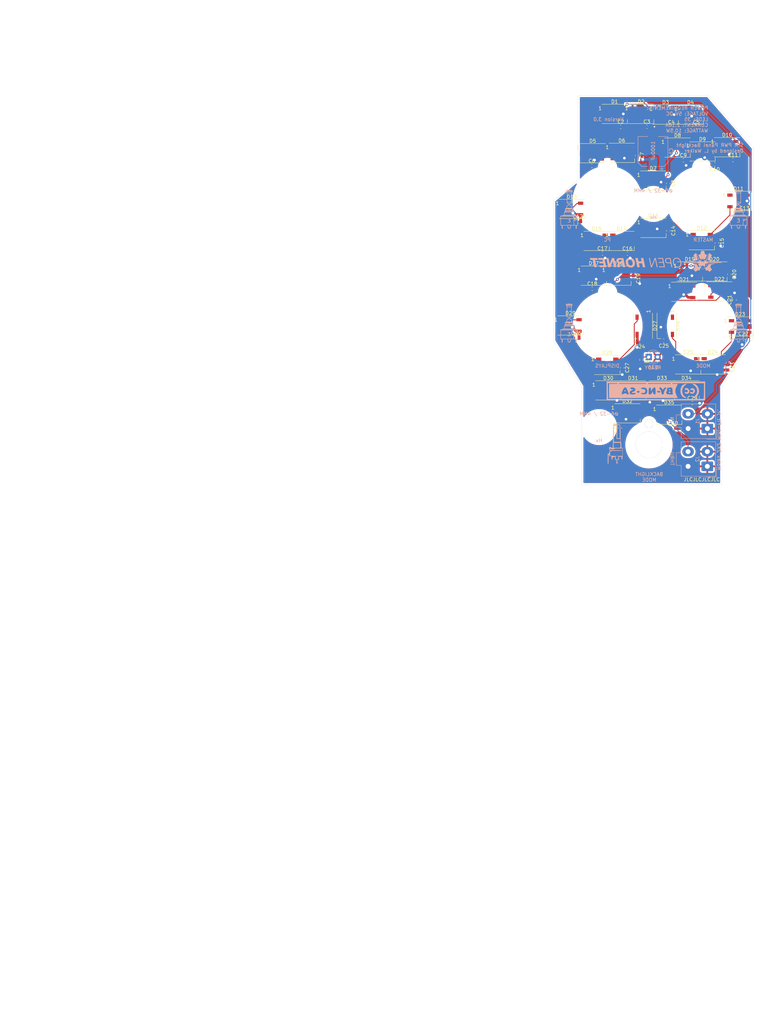
<source format=kicad_pcb>
(kicad_pcb (version 20211014) (generator pcbnew)
  (layers (0 "F.Cu" signal) (31 "B.Cu" signal) (34 "B.Paste" user) (35 "F.Paste" user) (36 "B.SilkS" user "B.Silkscreen") (37 "F.SilkS" user "F.Silkscreen") (38 "B.Mask" user) (39 "F.Mask" user) (44 "Edge.Cuts" user))
  (net 0 "")
  (net 1 "/LEDGND")
  (net 2 "/LED+5V")
  (net 3 "Net-(D2-Pad2)")
  (net 4 "/DATAIN")
  (net 5 "Net-(D3-Pad2)")
  (net 6 "Net-(D4-Pad2)")
  (net 7 "Net-(D5-Pad2)")
  (net 8 "Net-(D6-Pad2)")
  (net 9 "Net-(D7-Pad2)")
  (net 10 "Net-(D8-Pad2)")
  (net 11 "Net-(D10-Pad4)")
  (net 12 "Net-(D10-Pad2)")
  (net 13 "Net-(D11-Pad2)")
  (net 14 "Net-(D12-Pad2)")
  (net 15 "Net-(D13-Pad2)")
  (net 16 "Net-(D14-Pad2)")
  (net 17 "Net-(D15-Pad2)")
  (net 18 "Net-(D16-Pad2)")
  (net 19 "Net-(D17-Pad2)")
  (net 20 "Net-(D18-Pad2)")
  (net 21 "Net-(D19-Pad2)")
  (net 22 "Net-(D20-Pad2)")
  (net 23 "Net-(D21-Pad2)")
  (net 24 "Net-(D22-Pad2)")
  (net 25 "Net-(D23-Pad2)")
  (net 26 "Net-(D24-Pad2)")
  (net 27 "Net-(D25-Pad2)")
  (net 28 "Net-(D26-Pad2)")
  (net 29 "Net-(D27-Pad2)")
  (net 30 "Net-(D28-Pad2)")
  (net 31 "Net-(D29-Pad2)")
  (net 32 "Net-(D30-Pad2)")
  (net 33 "Net-(D31-Pad2)")
  (net 34 "Net-(D32-Pad2)")
  (net 35 "/DATAOUT")
  (net 36 "Net-(D33-Pad2)")
  (net 37 "Net-(D1-Pad2)")
  (net 38 "Net-(D34-Pad2)")
  (net 39 "Net-(D36-Pad1)")
  (footprint "OH_Footprints:LED_WS2812B_PLCC4_5.0x5.0mm_P3.2mm" (layer "F.Cu") (at 226.4 53.3)
    (fp_text reference "D1")
    (fp_text value "WS2812B")
  )
  (footprint "OH_Footprints:LED_WS2812B_PLCC4_5.0x5.0mm_P3.2mm" (layer "F.Cu") (at 233.95 53.3)
    (fp_text reference "D2")
    (fp_text value "WS2812B")
  )
  (footprint "OH_Footprints:LED_WS2812B_PLCC4_5.0x5.0mm_P3.2mm" (layer "F.Cu") (at 240.95 53.5)
    (fp_text reference "D3")
    (fp_text value "WS2812B")
  )
  (footprint "OH_Footprints:LED_WS2812B_PLCC4_5.0x5.0mm_P3.2mm" (layer "F.Cu") (at 248.05 53.5)
    (fp_text reference "D4")
    (fp_text value "WS2812B")
  )
  (footprint "OH_Footprints:LED_WS2812B_PLCC4_5.0x5.0mm_P3.2mm" (layer "F.Cu") (at 220.15 64.5)
    (fp_text reference "D5")
    (fp_text value "WS2812B")
  )
  (footprint "OH_Footprints:LED_WS2812B_PLCC4_5.0x5.0mm_P3.2mm" (layer "F.Cu") (at 228.45 64.4)
    (fp_text reference "D6")
    (fp_text value "WS2812B")
  )
  (footprint "OH_Footprints:LED_WS2812B_PLCC4_5.0x5.0mm_P3.2mm" (layer "F.Cu") (at 237.4 72.3)
    (fp_text reference "D7")
    (fp_text value "WS2812B")
  )
  (footprint "OH_Footprints:LED_WS2812B_PLCC4_5.0x5.0mm_P3.2mm" (layer "F.Cu") (at 244.35 62.9)
    (fp_text reference "D8")
    (fp_text value "WS2812B")
  )
  (footprint "OH_Footprints:LED_WS2812B_PLCC4_5.0x5.0mm_P3.2mm" (layer "F.Cu") (at 251.45 64)
    (fp_text reference "D9")
    (fp_text value "WS2812B")
  )
  (footprint "OH_Footprints:LED_WS2812B_PLCC4_5.0x5.0mm_P3.2mm" (layer "F.Cu") (at 258.5 62.8)
    (fp_text reference "D10")
    (fp_text value "WS2812B")
  )
  (footprint "OH_Footprints:LED_WS2812B_PLCC4_5.0x5.0mm_P3.2mm" (layer "F.Cu") (at 261.75 78.1)
    (fp_text reference "D11")
    (fp_text value "WS2812B")
  )
  (footprint "OH_Footprints:LED_WS2812B_PLCC4_5.0x5.0mm_P3.2mm" (layer "F.Cu") (at 251.25 89.3)
    (fp_text reference "D12")
    (fp_text value "WS2812B")
  )
  (footprint "OH_Footprints:LED_WS2812B_PLCC4_5.0x5.0mm_P3.2mm" (layer "F.Cu") (at 237.45 85.8)
    (fp_text reference "D13")
    (fp_text value "WS2812B")
  )
  (footprint "OH_Footprints:LED_WS2812B_PLCC4_5.0x5.0mm_P3.2mm" (layer "F.Cu") (at 228.35 89.5)
    (fp_text reference "D14")
    (fp_text value "WS2812B")
  )
  (footprint "OH_Footprints:LED_WS2812B_PLCC4_5.0x5.0mm_P3.2mm" (layer "F.Cu") (at 221.25 89.5)
    (fp_text reference "D15")
    (fp_text value "WS2812B")
  )
  (footprint "OH_Footprints:LED_WS2812B_PLCC4_5.0x5.0mm_P3.2mm" (layer "F.Cu") (at 214.25 80.4)
    (fp_text reference "D16")
    (fp_text value "WS2812B")
  )
  (footprint "OH_Footprints:LED_WS2812B_PLCC4_5.0x5.0mm_P3.2mm" (layer "F.Cu") (at 220.45 99.4)
    (fp_text reference "D17")
    (fp_text value "WS2812B")
  )
  (footprint "OH_Footprints:LED_WS2812B_PLCC4_5.0x5.0mm_P3.2mm" (layer "F.Cu") (at 227.45 99.4)
    (fp_text reference "D18")
    (fp_text value "WS2812B")
  )
  (footprint "OH_Footprints:LED_WS2812B_PLCC4_5.0x5.0mm_P3.2mm" (layer "F.Cu") (at 247.85 98.2)
    (fp_text reference "D19")
    (fp_text value "WS2812B")
  )
  (footprint "OH_Footprints:LED_WS2812B_PLCC4_5.0x5.0mm_P3.2mm" (layer "F.Cu") (at 254.85 98.2)
    (fp_text reference "D20")
    (fp_text value "WS2812B")
  )
  (footprint "OH_Footprints:LED_WS2812B_PLCC4_5.0x5.0mm_P3.2mm" (layer "F.Cu") (at 246.25 104)
    (fp_text reference "D21")
    (fp_text value "WS2812B")
  )
  (footprint "OH_Footprints:LED_WS2812B_PLCC4_5.0x5.0mm_P3.2mm" (layer "F.Cu") (at 256.3 103.9)
    (fp_text reference "D22")
    (fp_text value "WS2812B")
  )
  (footprint "OH_Footprints:LED_WS2812B_PLCC4_5.0x5.0mm_P3.2mm" (layer "F.Cu") (at 262.2 113.9)
    (fp_text reference "D23")
    (fp_text value "WS2812B")
  )
  (footprint "OH_Footprints:LED_WS2812B_PLCC4_5.0x5.0mm_P3.2mm" (layer "F.Cu") (at 254.4 124.7)
    (fp_text reference "D24")
    (fp_text value "WS2812B")
  )
  (footprint "OH_Footprints:LED_WS2812B_PLCC4_5.0x5.0mm_P3.2mm" (layer "F.Cu") (at 247.35 124.7)
    (fp_text reference "D25")
    (fp_text value "WS2812B")
  )
  (footprint "OH_Footprints:LED_WS2812B_PLCC4_5.0x5.0mm_P3.2mm" (layer "F.Cu") (at 241.25 113.7 -90)
    (fp_text reference "D26")
    (fp_text value "WS2812B")
  )
  (footprint "OH_Footprints:LED_WS2812B_PLCC4_5.0x5.0mm_P3.2mm" (layer "F.Cu") (at 234.45 113.7 -90)
    (fp_text reference "D27")
    (fp_text value "WS2812B")
  )
  (footprint "OH_Footprints:LED_WS2812B_PLCC4_5.0x5.0mm_P3.2mm" (layer "F.Cu") (at 224.3 124.85)
    (fp_text reference "D28")
    (fp_text value "WS2812B")
  )
  (footprint "OH_Footprints:LED_WS2812B_PLCC4_5.0x5.0mm_P3.2mm" (layer "F.Cu") (at 213.8 113.6)
    (fp_text reference "D29")
    (fp_text value "WS2812B")
  )
  (footprint "OH_Footprints:LED_WS2812B_PLCC4_5.0x5.0mm_P3.2mm" (layer "F.Cu") (at 224.6 132.1)
    (fp_text reference "D30")
    (fp_text value "WS2812B")
  )
  (footprint "OH_Footprints:LED_WS2812B_PLCC4_5.0x5.0mm_P3.2mm" (layer "F.Cu") (at 231.65 132.1)
    (fp_text reference "D31")
    (fp_text value "WS2812B")
  )
  (footprint "OH_Footprints:LED_WS2812B_PLCC4_5.0x5.0mm_P3.2mm" (layer "F.Cu") (at 230.05 138.65)
    (fp_text reference "D32")
    (fp_text value "WS2812B")
  )
  (footprint "OH_Footprints:R_0603_1608Metric" (layer "F.Cu") (at 234.091 123.403 -90)
    (fp_text reference "R1")
    (fp_text value "R")
  )
  (footprint "OH_Footprints:LED_WS2812B_PLCC4_5.0x5.0mm_P3.2mm" (layer "F.Cu") (at 239.9 132.1)
    (fp_text reference "D33")
    (fp_text value "WS2812B")
  )
  (footprint "OH_Footprints:C_0603_1608Metric" (layer "F.Cu") (at 228.138 56.95)
    (fp_text reference "C2")
    (fp_text value "C")
  )
  (footprint "OH_Footprints:C_0603_1608Metric" (layer "F.Cu") (at 235.6 56.95)
    (fp_text reference "C3")
    (fp_text value "C")
  )
  (footprint "OH_Footprints:C_0603_1608Metric" (layer "F.Cu") (at 249.7 57.1)
    (fp_text reference "C5")
    (fp_text value "C")
  )
  (footprint "OH_Footprints:C_0603_1608Metric" (layer "F.Cu") (at 232.8 65.1875 -90)
    (fp_text reference "C7")
    (fp_text value "C")
  )
  (footprint "OH_Footprints:C_0603_1608Metric" (layer "F.Cu") (at 241.7 73.1125 -90)
    (fp_text reference "C8")
    (fp_text value "C")
  )
  (footprint "OH_Footprints:C_0603_1608Metric" (layer "F.Cu") (at 246.012 66.525)
    (fp_text reference "C9")
    (fp_text value "C")
  )
  (footprint "OH_Footprints:C_0603_1608Metric" (layer "F.Cu") (at 254.962 67.65 180)
    (fp_text reference "C10")
    (fp_text value "C")
  )
  (footprint "OH_Footprints:C_0603_1608Metric" (layer "F.Cu") (at 260.15 66.4)
    (fp_text reference "C11")
    (fp_text value "C")
  )
  (footprint "OH_Footprints:C_0603_1608Metric" (layer "F.Cu") (at 215.912 83.975)
    (fp_text reference "C12")
    (fp_text value "C")
  )
  (footprint "OH_Footprints:C_0603_1608Metric" (layer "F.Cu") (at 263.412 81.625)
    (fp_text reference "C13")
    (fp_text value "C")
  )
  (footprint "OH_Footprints:C_0603_1608Metric" (layer "F.Cu") (at 241.725 86.6125 -90)
    (fp_text reference "C14")
    (fp_text value "C")
  )
  (footprint "OH_Footprints:C_0603_1608Metric" (layer "F.Cu") (at 255.575 90.1125 -90)
    (fp_text reference "C15")
    (fp_text value "C")
  )
  (footprint "OH_Footprints:C_0603_1608Metric" (layer "F.Cu") (at 230.038 93.125)
    (fp_text reference "C16")
    (fp_text value "C")
  )
  (footprint "OH_Footprints:C_0603_1608Metric" (layer "F.Cu") (at 222.912 93.075)
    (fp_text reference "C17")
    (fp_text value "C")
  )
  (footprint "OH_Footprints:LED_WS2812B_PLCC4_5.0x5.0mm_P3.2mm" (layer "F.Cu") (at 246.9 132.1)
    (fp_text reference "D34")
    (fp_text value "WS2812B")
  )
  (footprint "OH_Footprints:LED_WS2812B_PLCC4_5.0x5.0mm_P3.2mm" (layer "F.Cu") (at 241.95 139.05)
    (fp_text reference "D35")
    (fp_text value "WS2812B")
  )
  (footprint "OH_Footprints:C_0603_1608Metric" (layer "F.Cu") (at 242.588 57.1)
    (fp_text reference "C4")
    (fp_text value "C")
  )
  (footprint "OH_Footprints:C_0603_1608Metric" (layer "F.Cu") (at 219.912 68.1)
    (fp_text reference "C6")
    (fp_text value "C")
  )
  (footprint "OH_Footprints:C_0603_1608Metric" (layer "F.Cu") (at 220.025 103.125)
    (fp_text reference "C18")
    (fp_text value "C")
  )
  (footprint "OH_Footprints:C_0603_1608Metric" (layer "F.Cu") (at 231.725 100.2 -90)
    (fp_text reference "C19")
    (fp_text value "C")
  )
  (footprint "OH_Footprints:C_0603_1608Metric" (layer "F.Cu") (at 259.125 99.025 -90)
    (fp_text reference "C20")
    (fp_text value "C")
  )
  (footprint "OH_Footprints:C_0603_1608Metric" (layer "F.Cu") (at 260.61 106.315 90)
    (fp_text reference "C21")
    (fp_text value "C")
  )
  (footprint "OH_Footprints:C_0603_1608Metric" (layer "F.Cu") (at 263.125 117.39)
    (fp_text reference "C22")
    (fp_text value "C")
  )
  (footprint "OH_Footprints:C_0603_1608Metric" (layer "F.Cu") (at 258.675 125.525 -90)
    (fp_text reference "C23")
    (fp_text value "C")
  )
  (footprint "OH_Footprints:C_0603_1608Metric" (layer "F.Cu") (at 233.65 118.225 180)
    (fp_text reference "C24")
    (fp_text value "C")
  )
  (footprint "OH_Footprints:C_0603_1608Metric" (layer "F.Cu") (at 240.425 117.975 180)
    (fp_text reference "C25")
    (fp_text value "C")
  )
  (footprint "OH_Footprints:C_0603_1608Metric" (layer "F.Cu") (at 215.45 117.225)
    (fp_text reference "C26")
    (fp_text value "C")
  )
  (footprint "OH_Footprints:C_0603_1608Metric" (layer "F.Cu") (at 228.575 125.675 -90)
    (fp_text reference "C27")
    (fp_text value "C")
  )
  (footprint "OH_Footprints:C_0603_1608Metric" (layer "F.Cu") (at 248.575 135.725)
    (fp_text reference "C29")
    (fp_text value "C")
  )
  (footprint "OH_Footprints:C_0603_1608Metric" (layer "F.Cu") (at 227.91 142.83 90)
    (fp_text reference "C28")
    (fp_text value "C")
  )
  (footprint "OH_Footprints:S3AL_Toggle_Silkscreen" (layer "F.Cu") (at 213.3 80.64)
    (fp_text reference "LOGO1" hide)
    (fp_text value "OH_S2AL_Silkscreen" hide)
  )
  (footprint "OH_Footprints:S3AL_Toggle_Silkscreen" (layer "F.Cu") (at 261.61 80.64)
    (fp_text reference "LOGO2" hide)
    (fp_text value "OH_S2AL_Silkscreen" hide)
  )
  (footprint "OH_Footprints:S3AL_Toggle_Silkscreen" (layer "F.Cu") (at 213.3 113.07)
    (fp_text reference "LOGO3" hide)
    (fp_text value "OH_S3AL_Silkscreen" hide)
  )
  (footprint "OH_Footprints:S3AL_Toggle_Silkscreen" (layer "F.Cu") (at 261.61 113.07)
    (fp_text reference "LOGO4" hide)
    (fp_text value "OH_S3AL_Silkscreen" hide)
  )
  (footprint "OH_Footprints:OH_Panel_6-32_PHS" (layer "F.Cu") (at 237.46 78.97)
    (fp_text reference "H1" hide)
    (fp_text value "OHPanelScrew" hide)
  )
  (footprint "OH_Footprints:OH_Panel_6-32_PHS" (layer "F.Cu") (at 221.96 142.57)
    (fp_text reference "H2" hide)
    (fp_text value "OHPanelScrew" hide)
  )
  (footprint "OH_Backlighting:100SPX_Toggle_13mm_x_18mm" (layer "F.Cu") (at 251.28 78.17 180)
    (fp_text reference "REF**" hide)
    (fp_text value "100SPX_Toggle_13mm_x_18mm" hide)
  )
  (footprint "OH_Backlighting:100SPX_Toggle_13mm_x_18mm" (layer "F.Cu") (at 224.37 78.13 180)
    (fp_text reference "REF**" hide)
    (fp_text value "100SPX_Toggle_13mm_x_18mm" hide)
  )
  (footprint "OH_Backlighting:100SPX_Toggle_13mm_x_18mm" (layer "F.Cu") (at 251.28 113.77 180)
    (fp_text reference "REF**" hide)
    (fp_text value "100SPX_Toggle_13mm_x_18mm" hide)
  )
  (footprint "OH_Backlighting:100SPX_Toggle_13mm_x_18mm" (layer "F.Cu") (at 224.4 113.78 180)
    (fp_text reference "REF**" hide)
    (fp_text value "100SPX_Toggle_13mm_x_18mm" hide)
  )
  (footprint "OH_Backlighting:BR10K_Pot_11mm_x_11mm" (layer "F.Cu") (at 236.2 147.6 180)
    (fp_text reference "REF**" hide)
    (fp_text value "BR10K_Pot_11mm_x_11mm" hide)
  )
  (footprint "OH_Backlighting:BR10K_Pot_Silkscreen" (layer "F.Cu") (at 226.61 147.38)
    (fp_text reference "LOGO7" hide)
    (fp_text value "BR10K Pot" hide)
  )
  (footprint "OH_Footprints:C_0603_1608Metric" (layer "F.Cu") (at 243.055 142.86)
    (fp_text reference "C30")
    (fp_text value "C")
  )
  (footprint "OH_Footprints:CP_Elec_8x10" (layer "B.Cu") (at 237.33 63.99 90)
    (fp_text reference "C1")
    (fp_text value "C_Polarized")
  )
  (footprint "OH_Footprints:LED_D3.0mm" (layer "B.Cu") (at 236.113 122.588)
    (fp_text reference "D36")
    (fp_text value "LED")
  )
  (footprint "OH_Footprints:Molex_Mini-Fit_Jr_5566-04A_2x02_P4.20mm_Vertical" (layer "B.Cu") (at 252.87 142.99 90)
    (fp_text reference "J1")
    (fp_text value "Conn_01x04_Female")
  )
  (footprint "OH_Footprints:Molex_Mini-Fit_Jr_5566-04A_2x02_P4.20mm_Vertical" (layer "B.Cu") (at 252.85 153.76 90)
    (fp_text reference "J2")
    (fp_text value "Conn_01x04_Female")
  )
  (footprint "OH_Footprints:OH_LOGO_37.7mm_5.9mm" (layer "B.Cu") (at 238.18 95.31 180)
    (fp_text reference "LOGO5" hide)
    (fp_text value "OpenHornetLogoSmall" hide)
  )
  (footprint "OH_Footprints:CC-BY-NC-SA-Small" (layer "B.Cu") (at 238.257324 132.26 180)
    (fp_text reference "LOGO6" hide)
    (fp_text value "CC-BY-NC-SA_Icon" hide)
  )
  (gr_line (start 216 48) (end 253 48) (layer "Edge.Cuts") (width 0.05))
  (gr_line (start 209 78) (end 216 72) (layer "Edge.Cuts") (width 0.05))
  (gr_line (start 257 159) (end 257 131) (layer "Edge.Cuts") (width 0.05))
  (gr_line (start 209 118) (end 209 78) (layer "Edge.Cuts") (width 0.05))
  (gr_line (start 217 131) (end 209 118) (layer "Edge.Cuts") (width 0.05))
  (gr_line (start 266 117) (end 266 63) (layer "Edge.Cuts") (width 0.05))
  (gr_line (start 257 131) (end 266 117) (layer "Edge.Cuts") (width 0.05))
  (gr_line (start 253 48) (end 266 63) (layer "Edge.Cuts") (width 0.05))
  (gr_line (start 217 159) (end 257 159) (layer "Edge.Cuts") (width 0.05))
  (gr_line (start 217 159) (end 217 131) (layer "Edge.Cuts") (width 0.05))
  (gr_line (start 216 72) (end 216 48) (layer "Edge.Cuts") (width 0.05))
  (gr_text "READY" (at 237.3322 125.6106) (layer "B.SilkS") (effects (font (size 1 1)) (justify mirror)))
  (gr_text "DISPLAYS" (at 224.31 125.11) (layer "B.SilkS") (effects (font (size 1 1)) (justify mirror)))
  (gr_text "POWER REQUIREMENTS:\nVOLTAGE: 5V DC\nLEDS: 35\nCURRENT: 2.10A\nWATTAGE: 10.5W" (at 253.18 54.85) (layer "B.SilkS") (effects (font (size 1 1)) (justify left mirror)))
  (gr_text "Molex 2X2 Mini-Fit Jr." (at 256.15 146.19 270) (layer "B.SilkS") (effects (font (size 1 1)) (justify mirror)))
  (gr_text "IN" (at 242.78 140.38 270) (layer "B.SilkS") (effects (font (size 1 1)) (justify mirror)))
  (gr_text "BACKLIGHT\nMODE" (at 236.26 156.81) (layer "B.SilkS") (effects (font (size 1 1)) (justify mirror)))
  (gr_text "Version 3.0" (at 224.63 54.85) (layer "B.SilkS") (effects (font (size 1 1)) (justify mirror)))
  (gr_text "MODE" (at 251.69 125.11) (layer "B.SilkS") (effects (font (size 1 1)) (justify mirror)))
  (gr_text "1000uF" (at 237.39 63.86 90) (layer "B.SilkS") (effects (font (size 1 1)) (justify mirror)))
  (gr_text "THRU" (at 242.78 151.6 270) (layer "B.SilkS") (effects (font (size 1 1)) (justify mirror)))
  (gr_text "MASTER" (at 251.69 89.2) (layer "B.SilkS") (effects (font (size 1 1)) (justify mirror)))
  (gr_text "PC" (at 224.31 89.2) (layer "B.SilkS") (effects (font (size 1 1)) (justify mirror)))
  (gr_text "SIM PWR Panel Backlight\nDesigned by L. Walker" (at 263.25 63.01) (layer "B.SilkS") (effects (font (size 1 1)) (justify left mirror)))
  (gr_text "JLCJLCJLCJLC" (at 251.26 157.5) (layer "F.SilkS") (effects (font (size 1 1))))
  (segment (start 237.76 56.95) (end 237.76 56.95) (width 0.75) (layer "F.Cu") (net 1))
  (segment (start 246.7995 67.9705) (end 246.7995 67.9705) (width 0.75) (layer "F.Cu") (net 1))
  (segment (start 256.65 90.9) (end 256.65 90.9) (width 0.75) (layer "F.Cu") (net 1))
  (segment (start 230.84 94.37) (end 230.8255 94.3455) (width 0.75) (layer "F.Cu") (net 1))
  (segment (start 223.69 94.38) (end 223.6995 94.3705) (width 0.75) (layer "F.Cu") (net 1))
  (segment (start 260.55 99.74) (end 260.48 99.8) (width 0.75) (layer "F.Cu") (net 1))
  (segment (start 250.64 135.75) (end 250.615 135.725) (width 0.75) (layer "F.Cu") (net 1))
  (segment (start 240.19 135.04) (end 240.19 135.04) (width 0.75) (layer "F.Cu") (net 1))
  (segment (start 227.06 134.98) (end 227.05 134.96) (width 0.75) (layer "F.Cu") (net 1))
  (segment (start 236.44 135.47) (end 236.36 135.55) (width 0.75) (layer "F.Cu") (net 1))
  (segment (start 228.575 127.595) (end 228.575 127.595) (width 0.75) (layer "F.Cu") (net 1))
  (segment (start 232.875 119.825) (end 232.875 119.825) (width 0.75) (layer "F.Cu") (net 1))
  (segment (start 260.61 104.31) (end 260.61 104.31) (width 0.75) (layer "F.Cu") (net 1))
  (segment (start 262.755 119.045) (end 262.74 119.06) (width 0.75) (layer "F.Cu") (net 1))
  (segment (start 238.54 86.07) (end 238.56 86.07) (width 0.75) (layer "F.Cu") (net 1))
  (segment (start 229.6425 140.3225) (end 227.91 142.055) (width 0.75) (layer "F.Cu") (net 1))
  (segment (start 255.65 127.6) (end 255.65 127.6) (width 0.75) (layer "F.Cu") (net 1))
  (segment (start 230.8 91.1) (end 230.8 93.0995) (width 0.75) (layer "F.Cu") (net 1))
  (segment (start 229.1898 65.9011) (end 229.4758 65.9011) (width 0.75) (layer "F.Cu") (net 1))
  (segment (start 248.2619 126.5128) (end 248.4747 126.3) (width 0.75) (layer "F.Cu") (net 1))
  (segment (start 230.9 66) (end 232.775 66) (width 0.75) (layer "F.Cu") (net 1))
  (segment (start 250.5 55.1) (end 249.559 55.1) (width 0.75) (layer "F.Cu") (net 1))
  (segment (start 232.875 118.225) (end 232.875 119.825) (width 0.75) (layer "F.Cu") (net 1))
  (segment (start 215.39 115.2) (end 214.28 114.09) (width 0.75) (layer "F.Cu") (net 1))
  (segment (start 260.95 64.4) (end 260.9375 64.4125) (width 0.75) (layer "F.Cu") (net 1))
  (segment (start 229.4758 65.9011) (end 229.5747 66) (width 0.75) (layer "F.Cu") (net 1))
  (segment (start 256.85 126.4) (end 255.65 127.6) (width 0.75) (layer "F.Cu") (net 1))
  (segment (start 255.575 90.9) (end 256.65 90.9) (width 0.75) (layer "F.Cu") (net 1))
  (segment (start 221.5747 102.3503) (end 221.5747 101) (width 0.75) (layer "F.Cu") (net 1))
  (segment (start 236.3875 56.95) (end 237.76 56.95) (width 0.75) (layer "F.Cu") (net 1))
  (segment (start 228.85 53.3337) (end 228.85 54.9) (width 0.75) (layer "F.Cu") (net 1))
  (segment (start 259.125 99.8) (end 257.3 99.8) (width 0.75) (layer "F.Cu") (net 1))
  (segment (start 216.25 117.2) (end 216.25 115.2) (width 0.75) (layer "F.Cu") (net 1))
  (segment (start 230.9 66) (end 229.5747 66) (width 0.75) (layer "F.Cu") (net 1))
  (segment (start 246.7995 64.5005) (end 246.7995 66.525) (width 0.75) (layer "F.Cu") (net 1))
  (segment (start 260.61 105.54) (end 260.61 104.31) (width 0.75) (layer "F.Cu") (net 1))
  (segment (start 223.6995 91.1005) (end 223.6995 93.075) (width 0.75) (layer "F.Cu") (net 1))
  (segment (start 228.9255 54.9755) (end 228.9255 56.95) (width 0.75) (layer "F.Cu") (net 1))
  (segment (start 260.61 105.54) (end 258.79 105.54) (width 0.75) (layer "F.Cu") (net 1))
  (segment (start 250.5 55.1) (end 250.4875 55.1125) (width 0.75) (layer "F.Cu") (net 1))
  (segment (start 234.1 133.7) (end 234.67 133.7) (width 0.75) (layer "F.Cu") (net 1))
  (segment (start 220.9128 66.4619) (end 221.2747 66.1) (width 0.75) (layer "F.Cu") (net 1))
  (segment (start 243.4 55.1) (end 243.4 57.0755) (width 0.75) (layer "F.Cu") (net 1))
  (segment (start 264.2 78.1612) (end 264.1388 78.1) (width 0.75) (layer "F.Cu") (net 1))
  (segment (start 252.4295 65.7452) (end 252.5747 65.6) (width 0.75) (layer "F.Cu") (net 1))
  (segment (start 248.7 105.6) (end 247.3747 105.6) (width 0.75) (layer "F.Cu") (net 1))
  (segment (start 232.875 117.5003) (end 232.875 118.225) (width 0.75) (layer "F.Cu") (net 1))
  (segment (start 221.5747 100.8271) (end 221.5747 101) (width 0.75) (layer "F.Cu") (net 1))
  (segment (start 230.8255 93.125) (end 230.84 94.37) (width 0.75) (layer "F.Cu") (net 1))
  (segment (start 223.7 91.1) (end 223.6995 91.1005) (width 0.75) (layer "F.Cu") (net 1))
  (segment (start 216.6995 82.0005) (end 216.6995 83.975) (width 0.75) (layer "F.Cu") (net 1))
  (segment (start 233.6871 125.9784) (end 234.091 125.5745) (width 0.75) (layer "F.Cu") (net 1))
  (segment (start 241.53 133.7) (end 240.19 135.04) (width 0.75) (layer "F.Cu") (net 1))
  (segment (start 239.9 87.4) (end 239.89 87.4) (width 0.75) (layer "F.Cu") (net 1))
  (segment (start 214.9593 81.5846) (end 215.3747 82) (width 0.75) (layer "F.Cu") (net 1))
  (segment (start 232.4374 101.6874) (end 231.725 100.975) (width 0.75) (layer "F.Cu") (net 1))
  (segment (start 228.8837 53.3) (end 228.85 53.3337) (width 0.75) (layer "F.Cu") (net 1))
  (segment (start 228.85 54.9) (end 228.9255 54.9755) (width 0.75) (layer "F.Cu") (net 1))
  (segment (start 216.225 117.225) (end 216.25 117.2) (width 0.75) (layer "F.Cu") (net 1))
  (segment (start 243.4 53.5272) (end 243.4 55.1) (width 0.75) (layer "F.Cu") (net 1))
  (segment (start 259.1706 64.8541) (end 259.6247 64.4) (width 0.75) (layer "F.Cu") (net 1))
  (segment (start 244.4 140.65) (end 244.4 142.29) (width 0.75) (layer "F.Cu") (net 1))
  (segment (start 223.6995 93.075) (end 223.69 94.38) (width 0.75) (layer "F.Cu") (net 1))
  (segment (start 249.8 126.3) (end 248.4747 126.3) (width 0.75) (layer "F.Cu") (net 1))
  (segment (start 239.85 73.9) (end 241.7 73.9) (width 0.75) (layer "F.Cu") (net 1))
  (segment (start 264.2 79.7) (end 264.1995 79.7005) (width 0.75) (layer "F.Cu") (net 1))
  (segment (start 258.79 105.54) (end 258.75 105.5) (width 0.75) (layer "F.Cu") (net 1))
  (segment (start 243.96 142.99) (end 243.83 142.86) (width 0.75) (layer "F.Cu") (net 1))
  (segment (start 243.3728 53.5) (end 243.4 53.5272) (width 0.75) (layer "F.Cu") (net 1))
  (segment (start 228.575 126.45) (end 228.575 127.595) (width 0.75) (layer "F.Cu") (net 1))
  (segment (start 233.5605 101.6874) (end 232.4374 101.6874) (width 0.75) (layer "F.Cu") (net 1))
  (segment (start 239.89 87.4) (end 238.54 86.07) (width 0.75) (layer "F.Cu") (net 1))
  (segment (start 220.8 103.125) (end 221.5747 102.3503) (width 0.75) (layer "F.Cu") (net 1))
  (segment (start 221.141 100.3934) (end 221.5747 100.8271) (width 0.75) (layer "F.Cu") (net 1))
  (segment (start 250.3 99.8) (end 248.9747 99.8) (width 0.75) (layer "F.Cu") (net 1))
  (segment (start 244.4 142.29) (end 243.83 142.86) (width 0.75) (layer "F.Cu") (net 1))
  (segment (start 239.85 73.9) (end 239.85 72.94) (width 0.75) (layer "F.Cu") (net 1))
  (segment (start 231.2503 100.975) (end 231.2253 101) (width 0.75) (layer "F.Cu") (net 1))
  (segment (start 216.25 115.2) (end 215.39 115.2) (width 0.75) (layer "F.Cu") (net 1))
  (segment (start 229.9 101) (end 231.2253 101) (width 0.75) (layer "F.Cu") (net 1))
  (segment (start 243.4 57.0755) (end 243.3755 57.1) (width 0.75) (layer "F.Cu") (net 1))
  (segment (start 239.5911 114.0724) (end 239.65 114.1313) (width 0.75) (layer "F.Cu") (net 1))
  (segment (start 242.35 133.7) (end 241.53 133.7) (width 0.75) (layer "F.Cu") (net 1))
  (segment (start 232.5 140.25) (end 229.715 140.25) (width 0.75) (layer "F.Cu") (net 1))
  (segment (start 253.9 65.6) (end 252.5747 65.6) (width 0.75) (layer "F.Cu") (net 1))
  (segment (start 230.8 93.0995) (end 230.8255 93.125) (width 0.75) (layer "F.Cu") (net 1))
  (segment (start 249.35 133.9046) (end 249.35 135.725) (width 0.75) (layer "F.Cu") (net 1))
  (segment (start 252.0872 65.7452) (end 252.4295 65.7452) (width 0.75) (layer "F.Cu") (net 1))
  (segment (start 226.75 126.45) (end 228.575 126.45) (width 0.75) (layer "F.Cu") (net 1))
  (segment (start 249.1454 133.7) (end 249.35 133.9046) (width 0.75) (layer "F.Cu") (net 1))
  (segment (start 264.65 115.5) (end 264.65 116.64) (width 0.75) (layer "F.Cu") (net 1))
  (segment (start 220.6995 66.4619) (end 220.9128 66.4619) (width 0.75) (layer "F.Cu") (net 1))
  (segment (start 220.6995 66.4619) (end 220.6995 68.1) (width 0.75) (layer "F.Cu") (net 1))
  (segment (start 249.35 133.7) (end 249.1454 133.7) (width 0.75) (layer "F.Cu") (net 1))
  (segment (start 222.9 101) (end 221.5747 101) (width 0.75) (layer "F.Cu") (net 1))
  (segment (start 239.9 87.4) (end 241.725 87.4) (width 0.75) (layer "F.Cu") (net 1))
  (segment (start 234.67 133.7) (end 236.44 135.47) (width 0.75) (layer "F.Cu") (net 1))
  (segment (start 263.9 117.39) (end 263.9 117.9) (width 0.75) (layer "F.Cu") (net 1))
  (segment (start 253.9 65.6) (end 254.1745 65.8745) (width 0.75) (layer "F.Cu") (net 1))
  (segment (start 246.8 64.5) (end 246.7995 64.5005) (width 0.75) (layer "F.Cu") (net 1))
  (segment (start 220.6742 66.4619) (end 220.6995 66.4619) (width 0.75) (layer "F.Cu") (net 1))
  (segment (start 216.7 82) (end 215.3747 82) (width 0.75) (layer "F.Cu") (net 1))
  (segment (start 214.4752 81.5846) (end 214.9593 81.5846) (width 0.75) (layer "F.Cu") (net 1))
  (segment (start 236.3875 54.9125) (end 236.3875 56.95) (width 0.75) (layer "F.Cu") (net 1))
  (segment (start 236.4 54.9) (end 236.3875 54.9125) (width 0.75) (layer "F.Cu") (net 1))
  (segment (start 256.85 126.3) (end 258.1753 126.3) (width 0.75) (layer "F.Cu") (net 1))
  (segment (start 232.775 66) (end 232.8 65.975) (width 0.75) (layer "F.Cu") (net 1))
  (segment (start 263.9 117.9) (end 262.755 119.045) (width 0.75) (layer "F.Cu") (net 1))
  (segment (start 258.1753 126.3) (end 258.675 126.3) (width 0.75) (layer "F.Cu") (net 1))
  (segment (start 260.95 64.4) (end 259.6247 64.4) (width 0.75) (layer "F.Cu") (net 1))
  (segment (start 247.37 142.99) (end 243.96 142.99) (width 0.75) (layer "F.Cu") (net 1))
  (segment (start 254.1745 65.8745) (end 254.1745 67.65) (width 0.75) (layer "F.Cu") (net 1))
  (segment (start 260.9375 64.4125) (end 260.9375 66.4) (width 0.75) (layer "F.Cu") (net 1))
  (segment (start 246.7995 66.525) (end 246.7995 67.9705) (width 0.75) (layer "F.Cu") (net 1))
  (segment (start 259.125 99.8) (end 260.55 99.74) (width 0.75) (layer "F.Cu") (net 1))
  (segment (start 231.725 100.975) (end 231.2503 100.975) (width 0.75) (layer "F.Cu") (net 1))
  (segment (start 239.85 72.94) (end 239.65 72.74) (width 0.75) (layer "F.Cu") (net 1))
  (segment (start 232.85 116.15) (end 232.85 117.4753) (width 0.75) (layer "F.Cu") (net 1))
  (segment (start 246.0837 104.7965) (end 246.5712 104.7965) (width 0.75) (layer "F.Cu") (net 1))
  (segment (start 253.7 90.9) (end 255.0253 90.9) (width 0.75) (layer "F.Cu") (net 1))
  (segment (start 232.85 117.4753) (end 232.875 117.5003) (width 0.75) (layer "F.Cu") (net 1))
  (segment (start 248.5884 99.4137) (end 248.9747 99.8) (width 0.75) (layer "F.Cu") (net 1))
  (segment (start 248.0932 126.5128) (end 248.2619 126.5128) (width 0.75) (layer "F.Cu") (net 1))
  (segment (start 234.091 125.5745) (end 234.091 124.1905) (width 0.75) (layer "F.Cu") (net 1))
  (segment (start 255.575 90.9) (end 255.0253 90.9) (width 0.75) (layer "F.Cu") (net 1))
  (segment (start 222.6 66.1) (end 221.2747 66.1) (width 0.75) (layer "F.Cu") (net 1))
  (segment (start 256.85 126.3) (end 256.85 126.4) (width 0.75) (layer "F.Cu") (net 1))
  (segment (start 264.2 79.7) (end 264.2 78.1612) (width 0.75) (layer "F.Cu") (net 1))
  (segment (start 248.4416 99.4137) (end 248.5884 99.4137) (width 0.75) (layer "F.Cu") (net 1))
  (segment (start 239.65 117.975) (end 239.65 116.15) (width 0.75) (layer "F.Cu") (net 1))
  (segment (start 216.7 82) (end 216.6995 82.0005) (width 0.75) (layer "F.Cu") (net 1))
  (segment (start 246.5712 104.7965) (end 247.3747 105.6) (width 0.75) (layer "F.Cu") (net 1))
  (segment (start 239.65 114.1313) (end 239.65 116.15) (width 0.75) (layer "F.Cu") (net 1))
  (segment (start 249.559 55.1) (end 248.392 53.933) (width 0.75) (layer "F.Cu") (net 1))
  (segment (start 249.35 135.725) (end 250.64 135.75) (width 0.75) (layer "F.Cu") (net 1))
  (segment (start 229.715 140.25) (end 229.6425 140.3225) (width 0.75) (layer "F.Cu") (net 1))
  (segment (start 227.05 133.7) (end 227.06 134.98) (width 0.75) (layer "F.Cu") (net 1))
  (segment (start 264.65 116.64) (end 263.9 117.39) (width 0.75) (layer "F.Cu") (net 1))
  (segment (start 264.1995 79.7005) (end 264.1995 81.625) (width 0.75) (layer "F.Cu") (net 1))
  (segment (start 250.4875 55.1125) (end 250.4875 57.1) (width 0.75) (layer "F.Cu") (net 1))
  (segment (start 259.0727 64.8541) (end 259.1706 64.8541) (width 0.75) (layer "F.Cu") (net 1))
  (via (at 232.875 119.825) (size 1.5) (drill 0.75) (layers "F.Cu" "B.Cu") (net 1))
  (via (at 230.84 94.37) (size 1.5) (drill 0.75) (layers "F.Cu" "B.Cu") (net 1))
  (via (at 227.06 134.98) (size 1.5) (drill 0.75) (layers "F.Cu" "B.Cu") (net 1))
  (via (at 233.6871 125.9784) (size 1.5) (drill 0.75) (layers "F.Cu" "B.Cu") (net 1))
  (via (at 248.4416 99.4137) (size 1.5) (drill 0.75) (layers "F.Cu" "B.Cu") (net 1))
  (via (at 239.65 72.74) (size 1.5) (drill 0.75) (layers "F.Cu" "B.Cu") (net 1))
  (via (at 260.55 99.74) (size 1.5) (drill 0.75) (layers "F.Cu" "B.Cu") (net 1))
  (via (at 233.5605 101.6874) (size 1.5) (drill 0.75) (layers "F.Cu" "B.Cu") (net 1))
  (via (at 214.4752 81.5846) (size 1.5) (drill 0.75) (layers "F.Cu" "B.Cu") (net 1))
  (via (at 256.65 90.9) (size 1.5) (drill 0.75) (layers "F.Cu" "B.Cu") (net 1))
  (via (at 236.44 135.47) (size 1.5) (drill 0.75) (layers "F.Cu" "B.Cu") (net 1))
  (via (at 239.5911 114.0724) (size 1.5) (drill 0.75) (layers "F.Cu" "B.Cu") (net 1))
  (via (at 246.0837 104.7965) (size 1.5) (drill 0.75) (layers "F.Cu" "B.Cu") (net 1))
  (via (at 238.54 86.07) (size 1.5) (drill 0.75) (layers "F.Cu" "B.Cu") (net 1))
  (via (at 237.76 56.95) (size 0.8) (drill 0.4) (layers "F.Cu" "B.Cu") (net 1))
  (via (at 243.3728 53.5) (size 1.5) (drill 0.75) (layers "F.Cu" "B.Cu") (net 1))
  (via (at 262.755 119.045) (size 1.5) (drill 0.75) (layers "F.Cu" "B.Cu") (net 1))
  (via (at 246.7995 67.9705) (size 1.5) (drill 0.75) (layers "F.Cu" "B.Cu") (net 1))
  (via (at 240.19 135.04) (size 1.5) (drill 0.75) (layers "F.Cu" "B.Cu") (net 1))
  (via (at 252.0872 65.7452) (size 1.5) (drill 0.75) (layers "F.Cu" "B.Cu") (net 1))
  (via (at 229.1898 65.9011) (size 1.5) (drill 0.75) (layers "F.Cu" "B.Cu") (net 1))
  (via (at 259.0727 64.8541) (size 1.5) (drill 0.75) (layers "F.Cu" "B.Cu") (net 1))
  (via (at 248.392 53.933) (size 1.5) (drill 0.75) (layers "F.Cu" "B.Cu") (net 1))
  (via (at 229.6425 140.3225) (size 1.5) (drill 0.75) (layers "F.Cu" "B.Cu") (net 1))
  (via (at 220.6742 66.4619) (size 1.5) (drill 0.75) (layers "F.Cu" "B.Cu") (net 1))
  (via (at 223.69 94.38) (size 1.5) (drill 0.75) (layers "F.Cu" "B.Cu") (net 1))
  (via (at 228.575 127.595) (size 1.5) (drill 0.75) (layers "F.Cu" "B.Cu") (net 1))
  (via (at 221.141 100.3934) (size 1.5) (drill 0.75) (layers "F.Cu" "B.Cu") (net 1))
  (via (at 260.61 104.31) (size 1.5) (drill 0.75) (layers "F.Cu" "B.Cu") (net 1))
  (via (at 255.65 127.6) (size 1.5) (drill 0.75) (layers "F.Cu" "B.Cu") (net 1))
  (via (at 264.1388 78.1) (size 1.5) (drill 0.75) (layers "F.Cu" "B.Cu") (net 1))
  (via (at 228.8837 53.3) (size 1.5) (drill 0.75) (layers "F.Cu" "B.Cu") (net 1))
  (via (at 250.64 135.75) (size 1.5) (drill 0.75) (layers "F.Cu" "B.Cu") (net 1))
  (via (at 214.28 114.09) (size 1.5) (drill 0.75) (layers "F.Cu" "B.Cu") (net 1))
  (via (at 248.0932 126.5128) (size 1.5) (drill 0.75) (layers "F.Cu" "B.Cu") (net 1))
  (via (at 234.4348 66.2969) (size 1.5) (drill 0.75) (layers "F.Cu" "B.Cu") (net 2))
  (segment (start 236.3869 66.2969) (end 237.33 67.24) (width 0.75) (layer "B.Cu") (net 2))
  (segment (start 234.4348 66.2969) (end 236.3869 66.2969) (width 0.75) (layer "B.Cu") (net 2))
  (segment (start 242.297799 53.485203) (end 238.032992 57.75001) (width 0.25) (layer "F.Cu") (net 3))
  (segment (start 234.35001 57.75001) (end 231.5 54.9) (width 0.25) (layer "F.Cu") (net 3))
  (segment (start 242.297799 53.002201) (end 242.297799 53.485203) (width 0.25) (layer "F.Cu") (net 3))
  (segment (start 238.032992 57.75001) (end 234.35001 57.75001) (width 0.25) (layer "F.Cu") (net 3))
  (segment (start 243.4 51.9) (end 242.297799 53.002201) (width 0.25) (layer "F.Cu") (net 3))
  (segment (start 228.85 51.65) (end 229.97 50.53) (width 0.25) (layer "F.Cu") (net 4))
  (segment (start 228.85 51.7) (end 228.85 51.65) (width 0.25) (layer "F.Cu") (net 4))
  (via (at 229.97 50.53) (size 0.8) (drill 0.4) (layers "F.Cu" "B.Cu") (net 4))
  (segment (start 229.97 50.53) (end 229.97 50.53) (width 0.25) (layer "B.Cu") (net 4))
  (segment (start 232.2227 50.52) (end 232.2127 50.53) (width 0.25) (layer "B.Cu") (net 4))
  (segment (start 258.14 127.72) (end 258.14 125.251002) (width 0.25) (layer "B.Cu") (net 4))
  (segment (start 258.14 125.251002) (end 264.131133 119.259869) (width 0.25) (layer "B.Cu") (net 4))
  (segment (start 249.191002 138.79) (end 255.43 132.551002) (width 0.25) (layer "B.Cu") (net 4))
  (segment (start 264.131133 119.259869) (end 264.9 118.063854) (width 0.25) (layer "B.Cu") (net 4))
  (segment (start 264.9 114) (end 265.213801 113.686199) (width 0.25) (layer "B.Cu") (net 4))
  (segment (start 265.213801 65.123801) (end 250.61 50.52) (width 0.25) (layer "B.Cu") (net 4))
  (segment (start 255.43 132.551002) (end 255.43 130.43) (width 0.25) (layer "B.Cu") (net 4))
  (segment (start 265.213801 113.686199) (end 265.213801 65.123801) (width 0.25) (layer "B.Cu") (net 4))
  (segment (start 247.37 138.79) (end 249.191002 138.79) (width 0.25) (layer "B.Cu") (net 4))
  (segment (start 255.43 130.43) (end 258.14 127.72) (width 0.25) (layer "B.Cu") (net 4))
  (segment (start 250.61 50.52) (end 232.2227 50.52) (width 0.25) (layer "B.Cu") (net 4))
  (segment (start 232.2127 50.53) (end 229.97 50.53) (width 0.25) (layer "B.Cu") (net 4))
  (segment (start 264.9 118.063854) (end 264.9 114) (width 0.25) (layer "B.Cu") (net 4))
  (segment (start 238.5 55.1) (end 239.5753 55.1) (width 0.25) (layer "F.Cu") (net 5))
  (segment (start 242.5001 51.0747) (end 248.5994 51.0747) (width 0.25) (layer "F.Cu") (net 5))
  (segment (start 250.5 51.9) (end 249.4247 51.9) (width 0.25) (layer "F.Cu") (net 5))
  (segment (start 248.5994 51.0747) (end 249.4247 51.9) (width 0.25) (layer "F.Cu") (net 5))
  (segment (start 239.5753 53.9995) (end 242.5001 51.0747) (width 0.25) (layer "F.Cu") (net 5))
  (segment (start 239.5753 55.1) (end 239.5753 53.9995) (width 0.25) (layer "F.Cu") (net 5))
  (segment (start 224.76235 60.36765) (end 241.351844 60.36765) (width 0.25) (layer "F.Cu") (net 6))
  (segment (start 222.6 62.53) (end 224.76235 60.36765) (width 0.25) (layer "F.Cu") (net 6))
  (segment (start 222.6 62.9) (end 222.6 62.53) (width 0.25) (layer "F.Cu") (net 6))
  (segment (start 245.6 56.119494) (end 245.6 55.1) (width 0.25) (layer "F.Cu") (net 6))
  (segment (start 241.351844 60.36765) (end 245.6 56.119494) (width 0.25) (layer "F.Cu") (net 6))
  (segment (start 230.9 62.8) (end 229.8247 62.8) (width 0.25) (layer "F.Cu") (net 7))
  (segment (start 227.4501 65.1746) (end 229.8247 62.8) (width 0.25) (layer "F.Cu") (net 7))
  (segment (start 218.7753 66.1) (end 219.7007 65.1746) (width 0.25) (layer "F.Cu") (net 7))
  (segment (start 219.7007 65.1746) (end 227.4501 65.1746) (width 0.25) (layer "F.Cu") (net 7))
  (segment (start 217.7 66.1) (end 218.7753 66.1) (width 0.25) (layer "F.Cu") (net 7))
  (segment (start 227.0753 66) (end 230.95 69.8747) (width 0.25) (layer "F.Cu") (net 8))
  (segment (start 237.9494 69.8747) (end 238.7747 70.7) (width 0.25) (layer "F.Cu") (net 8))
  (segment (start 226 66) (end 227.0753 66) (width 0.25) (layer "F.Cu") (net 8))
  (segment (start 239.85 70.7) (end 238.7747 70.7) (width 0.25) (layer "F.Cu") (net 8))
  (segment (start 230.95 69.8747) (end 237.9494 69.8747) (width 0.25) (layer "F.Cu") (net 8))
  (segment (start 241.6524 70.6424) (end 240.7335 71.5613) (width 0.25) (layer "F.Cu") (net 9))
  (segment (start 244.0364 62.7721) (end 244.0364 64.4136) (width 0.25) (layer "F.Cu") (net 9))
  (segment (start 238.364 71.5613) (end 236.0253 73.9) (width 0.25) (layer "F.Cu") (net 9))
  (segment (start 240.7335 71.5613) (end 238.364 71.5613) (width 0.25) (layer "F.Cu") (net 9))
  (segment (start 234.95 73.9) (end 236.0253 73.9) (width 0.25) (layer "F.Cu") (net 9))
  (segment (start 245.5085 61.3) (end 244.0364 62.7721) (width 0.25) (layer "F.Cu") (net 9))
  (segment (start 245.7247 61.3) (end 245.5085 61.3) (width 0.25) (layer "F.Cu") (net 9))
  (segment (start 246.8 61.3) (end 245.7247 61.3) (width 0.25) (layer "F.Cu") (net 9))
  (via (at 241.6524 70.6424) (size 0.8) (drill 0.4) (layers "F.Cu" "B.Cu") (net 9))
  (via (at 244.0364 64.4136) (size 0.8) (drill 0.4) (layers "F.Cu" "B.Cu") (net 9))
  (segment (start 241.6524 70.6424) (end 241.6524 66.7976) (width 0.25) (layer "B.Cu") (net 9))
  (segment (start 241.6524 66.7976) (end 244.0364 64.4136) (width 0.25) (layer "B.Cu") (net 9))
  (segment (start 251.974999 60.474999) (end 253.9 62.4) (width 0.25) (layer "F.Cu") (net 10))
  (segment (start 241.9 64.5) (end 241.9 63.75) (width 0.25) (layer "F.Cu") (net 10))
  (segment (start 245.175001 60.474999) (end 251.974999 60.474999) (width 0.25) (layer "F.Cu") (net 10))
  (segment (start 241.9 63.75) (end 245.175001 60.474999) (width 0.25) (layer "F.Cu") (net 10))
  (segment (start 257.6185 63.4562) (end 259.8747 61.2) (width 0.25) (layer "F.Cu") (net 11))
  (segment (start 250.0753 65.6) (end 252.2191 63.4562) (width 0.25) (layer "F.Cu") (net 11))
  (segment (start 252.2191 63.4562) (end 257.6185 63.4562) (width 0.25) (layer "F.Cu") (net 11))
  (segment (start 260.95 61.2) (end 259.8747 61.2) (width 0.25) (layer "F.Cu") (net 11))
  (segment (start 249 65.6) (end 250.0753 65.6) (width 0.25) (layer "F.Cu") (net 11))
  (segment (start 258.760799 63.574999) (end 261.960001 63.574999) (width 0.25) (layer "F.Cu") (net 12))
  (segment (start 256.05 64.4) (end 257.935798 64.4) (width 0.25) (layer "F.Cu") (net 12))
  (segment (start 257.935798 64.4) (end 258.760799 63.574999) (width 0.25) (layer "F.Cu") (net 12))
  (segment (start 264.2 65.814998) (end 264.2 76.5) (width 0.25) (layer "F.Cu") (net 12))
  (segment (start 261.960001 63.574999) (end 264.2 65.814998) (width 0.25) (layer "F.Cu") (net 12))
  (segment (start 259.3 82.1) (end 253.7 87.7) (width 0.25) (layer "F.Cu") (net 13))
  (segment (start 259.3 79.7) (end 259.3 82.1) (width 0.25) (layer "F.Cu") (net 13))
  (segment (start 239.9 84.2) (end 243.27 84.2) (width 0.25) (layer "F.Cu") (net 14))
  (segment (start 243.27 84.2) (end 248.8 89.73) (width 0.25) (layer "F.Cu") (net 14))
  (segment (start 248.8 89.73) (end 248.8 90.9) (width 0.25) (layer "F.Cu") (net 14))
  (segment (start 231.3 87.4) (end 230.8 87.9) (width 0.25) (layer "F.Cu") (net 15))
  (segment (start 235 87.4) (end 231.3 87.4) (width 0.25) (layer "F.Cu") (net 15))
  (segment (start 225.9 91.1) (end 225.9 90.1) (width 0.25) (layer "F.Cu") (net 16))
  (segment (start 225.9 90.1) (end 223.7 87.9) (width 0.25) (layer "F.Cu") (net 16))
  (segment (start 213.400199 81.068599) (end 213.400199 85.700199) (width 0.25) (layer "F.Cu") (net 17))
  (segment (start 213.400199 85.700199) (end 218.8 91.1) (width 0.25) (layer "F.Cu") (net 17))
  (segment (start 216.7 78.8) (end 215.668798 78.8) (width 0.25) (layer "F.Cu") (net 17))
  (segment (start 215.668798 78.8) (end 213.400199 81.068599) (width 0.25) (layer "F.Cu") (net 17))
  (segment (start 211.8 82) (end 211.8 85.935002) (width 0.25) (layer "F.Cu") (net 18))
  (segment (start 211.8 85.935002) (end 211.81 85.945002) (width 0.25) (layer "F.Cu") (net 18))
  (segment (start 220.86 97.8) (end 222.9 97.8) (width 0.25) (layer "F.Cu") (net 18))
  (segment (start 211.81 88.75) (end 220.86 97.8) (width 0.25) (layer "F.Cu") (net 18))
  (segment (start 211.81 85.945002) (end 211.81 88.75) (width 0.25) (layer "F.Cu") (net 18))
  (segment (start 227.3066 99.3181) (end 220.6956 99.3181) (width 0.25) (layer "F.Cu") (net 19))
  (segment (start 218 101) (end 219.0753 101) (width 0.25) (layer "F.Cu") (net 19))
  (segment (start 228.8247 97.8) (end 227.3066 99.3181) (width 0.25) (layer "F.Cu") (net 19))
  (segment (start 229.9 97.8) (end 228.8247 97.8) (width 0.25) (layer "F.Cu") (net 19))
  (segment (start 219.0753 100.9384) (end 219.0753 101) (width 0.25) (layer "F.Cu") (net 19))
  (segment (start 220.6956 99.3181) (end 219.0753 100.9384) (width 0.25) (layer "F.Cu") (net 19))
  (segment (start 227.18 100.49) (end 227.18 100.49) (width 0.25) (layer "F.Cu") (net 20))
  (segment (start 248.21 96.6) (end 248.21 96.6) (width 0.25) (layer "F.Cu") (net 20))
  (segment (start 250.3 96.6) (end 248.21 96.6) (width 0.25) (layer "F.Cu") (net 20))
  (segment (start 225 101) (end 226.67 101) (width 0.25) (layer "F.Cu") (net 20))
  (segment (start 226.67 101) (end 227.18 100.49) (width 0.25) (layer "F.Cu") (net 20))
  (via (at 227.18 100.49) (size 0.8) (drill 0.4) (layers "F.Cu" "B.Cu") (net 20))
  (via (at 248.21 96.6) (size 0.8) (drill 0.4) (layers "F.Cu" "B.Cu") (net 20))
  (segment (start 228.22 99.45) (end 243.66 99.45) (width 0.25) (layer "B.Cu") (net 20))
  (segment (start 246.51 96.6) (end 248.21 96.6) (width 0.25) (layer "B.Cu") (net 20))
  (segment (start 227.18 100.49) (end 228.22 99.45) (width 0.25) (layer "B.Cu") (net 20))
  (segment (start 243.66 99.45) (end 246.51 96.6) (width 0.25) (layer "B.Cu") (net 20))
  (segment (start 248.1643 98.111) (end 253.7276 98.111) (width 0.25) (layer "F.Cu") (net 21))
  (segment (start 255.2386 96.6) (end 257.3 96.6) (width 0.25) (layer "F.Cu") (net 21))
  (segment (start 253.7276 98.111) (end 255.2386 96.6) (width 0.25) (layer "F.Cu") (net 21))
  (segment (start 246.4753 99.8) (end 248.1643 98.111) (width 0.25) (layer "F.Cu") (net 21))
  (segment (start 245.4 99.8) (end 246.4753 99.8) (width 0.25) (layer "F.Cu") (net 21))
  (segment (start 251.19 101.01) (end 252.4 99.8) (width 0.25) (layer "F.Cu") (net 22))
  (segment (start 249.38 101.01) (end 251.19 101.01) (width 0.25) (layer "F.Cu") (net 22))
  (segment (start 248.7 101.69) (end 249.38 101.01) (width 0.25) (layer "F.Cu") (net 22))
  (segment (start 248.7 102.4) (end 248.7 101.69) (width 0.25) (layer "F.Cu") (net 22))
  (segment (start 255.334999 106.425001) (end 244.625001 106.425001) (width 0.25) (layer "F.Cu") (net 23))
  (segment (start 244.625001 106.425001) (end 243.8 105.6) (width 0.25) (layer "F.Cu") (net 23))
  (segment (start 258.75 103.01) (end 255.334999 106.425001) (width 0.25) (layer "F.Cu") (net 23))
  (segment (start 258.75 102.3) (end 258.75 103.01) (width 0.25) (layer "F.Cu") (net 23))
  (segment (start 264.65 106.364998) (end 259.760001 101.474999) (width 0.25) (layer "F.Cu") (net 24))
  (segment (start 257.125001 101.474999) (end 253.85 104.75) (width 0.25) (layer "F.Cu") (net 24))
  (segment (start 264.65 112.3) (end 264.65 106.364998) (width 0.25) (layer "F.Cu") (net 24))
  (segment (start 259.760001 101.474999) (end 257.125001 101.474999) (width 0.25) (layer "F.Cu") (net 24))
  (segment (start 253.85 104.75) (end 253.85 105.5) (width 0.25) (layer "F.Cu") (net 24))
  (segment (start 259.75 118.15) (end 259.75 115.5) (width 0.25) (layer "F.Cu") (net 25))
  (segment (start 256.85 121.05) (end 259.75 118.15) (width 0.25) (layer "F.Cu") (net 25))
  (segment (start 256.85 123.1) (end 256.85 121.05) (width 0.25) (layer "F.Cu") (net 25))
  (segment (start 251.95 125.25) (end 249.8 123.1) (width 0.25) (layer "F.Cu") (net 26))
  (segment (start 251.95 126.3) (end 251.95 125.25) (width 0.25) (layer "F.Cu") (net 26))
  (segment (start 244.9 126.2406) (end 243.8247 125.1653) (width 0.25) (layer "F.Cu") (net 27))
  (segment (start 243.8247 118.2) (end 242.85 117.2253) (width 0.25) (layer "F.Cu") (net 27))
  (segment (start 244.9 126.3) (end 244.9 126.2406) (width 0.25) (layer "F.Cu") (net 27))
  (segment (start 242.85 116.15) (end 242.85 117.2253) (width 0.25) (layer "F.Cu") (net 27))
  (segment (start 243.8247 125.1653) (end 243.8247 118.2) (width 0.25) (layer "F.Cu") (net 27))
  (segment (start 239.65 111.25) (end 236.05 114.85) (width 0.25) (layer "F.Cu") (net 28))
  (segment (start 236.05 114.85) (end 236.05 116.15) (width 0.25) (layer "F.Cu") (net 28))
  (segment (start 232.0247 119.0506) (end 227.8253 123.25) (width 0.25) (layer "F.Cu") (net 29))
  (segment (start 232.85 112.3253) (end 232.0247 113.1506) (width 0.25) (layer "F.Cu") (net 29))
  (segment (start 232.0247 113.1506) (end 232.0247 119.0506) (width 0.25) (layer "F.Cu") (net 29))
  (segment (start 232.85 111.25) (end 232.85 112.3253) (width 0.25) (layer "F.Cu") (net 29))
  (segment (start 226.75 123.25) (end 227.8253 123.25) (width 0.25) (layer "F.Cu") (net 29))
  (segment (start 212.95 113.16) (end 214.11 112) (width 0.25) (layer "F.Cu") (net 30))
  (segment (start 221.85 126.45) (end 221.03 126.45) (width 0.25) (layer "F.Cu") (net 30))
  (segment (start 221.03 126.45) (end 212.95 118.37) (width 0.25) (layer "F.Cu") (net 30))
  (segment (start 214.11 112) (end 216.25 112) (width 0.25) (layer "F.Cu") (net 30))
  (segment (start 212.95 118.37) (end 212.95 113.16) (width 0.25) (layer "F.Cu") (net 30))
  (segment (start 224.1826 130.5) (end 227.05 130.5) (width 0.25) (layer "F.Cu") (net 31))
  (segment (start 211.35 115.2) (end 211.35 117.6674) (width 0.25) (layer "F.Cu") (net 31))
  (segment (start 211.35 117.6674) (end 224.1826 130.5) (width 0.25) (layer "F.Cu") (net 31))
  (segment (start 234.1 130.5) (end 233.0247 130.5) (width 0.25) (layer "F.Cu") (net 32))
  (segment (start 222.15 133.7) (end 223.2253 133.7) (width 0.25) (layer "F.Cu") (net 32))
  (segment (start 223.2253 133.7) (end 225.6 131.3253) (width 0.25) (layer "F.Cu") (net 32))
  (segment (start 225.6 131.3253) (end 232.1994 131.3253) (width 0.25) (layer "F.Cu") (net 32))
  (segment (start 232.1994 131.3253) (end 233.0247 130.5) (width 0.25) (layer "F.Cu") (net 32))
  (segment (start 232.5 136) (end 232.5 137.05) (width 0.25) (layer "F.Cu") (net 33))
  (segment (start 229.2 133.7) (end 230.2 133.7) (width 0.25) (layer "F.Cu") (net 33))
  (segment (start 230.2 133.7) (end 232.5 136) (width 0.25) (layer "F.Cu") (net 33))
  (segment (start 229.87499 137.97501) (end 227.6 140.25) (width 0.25) (layer "F.Cu") (net 34))
  (segment (start 242.35 130.5) (end 242.35 131.25) (width 0.25) (layer "F.Cu") (net 34))
  (segment (start 242.35 131.25) (end 235.62499 137.97501) (width 0.25) (layer "F.Cu") (net 34))
  (segment (start 235.62499 137.97501) (end 229.87499 137.97501) (width 0.25) (layer "F.Cu") (net 34))
  (segment (start 242.14 141.24) (end 242.14 141.24) (width 0.25) (layer "F.Cu") (net 35))
  (segment (start 239.5 140.65) (end 241.55 140.65) (width 0.25) (layer "F.Cu") (net 35))
  (segment (start 241.55 140.65) (end 242.14 141.24) (width 0.25) (layer "F.Cu") (net 35))
  (via (at 242.14 141.24) (size 0.8) (drill 0.4) (layers "F.Cu" "B.Cu") (net 35))
  (segment (start 247.35 146.45) (end 242.14 141.24) (width 0.25) (layer "B.Cu") (net 35))
  (segment (start 247.35 149.56) (end 247.35 146.45) (width 0.25) (layer "B.Cu") (net 35))
  (segment (start 237.45 132.95) (end 240.725001 129.674999) (width 0.25) (layer "F.Cu") (net 36))
  (segment (start 240.725001 129.674999) (end 248.524999 129.674999) (width 0.25) (layer "F.Cu") (net 36))
  (segment (start 237.45 133.7) (end 237.45 132.95) (width 0.25) (layer "F.Cu") (net 36))
  (segment (start 248.524999 129.674999) (end 249.35 130.5) (width 0.25) (layer "F.Cu") (net 36))
  (segment (start 223.95 54.9) (end 223.95 54.15) (width 0.25) (layer "F.Cu") (net 37))
  (segment (start 223.95 54.15) (end 228.295001 49.804999) (width 0.25) (layer "F.Cu") (net 37))
  (segment (start 228.295001 49.804999) (end 234.504999 49.804999) (width 0.25) (layer "F.Cu") (net 37))
  (segment (start 234.504999 49.804999) (end 236.4 51.7) (width 0.25) (layer "F.Cu") (net 37))
  (segment (start 244.45 137.4) (end 244.4 137.45) (width 0.25) (layer "F.Cu") (net 38))
  (segment (start 244.45 133.7) (end 244.45 137.4) (width 0.25) (layer "F.Cu") (net 38))
  (segment (start 236.113 122.588) (end 234.1185 122.588) (width 0.25) (layer "F.Cu") (net 39))
  (segment (start 234.1185 122.588) (end 234.091 122.6155) (width 0.25) (layer "F.Cu") (net 39))
  (zone (net 2) (net_name "/LED+5V") (layer "F.Cu") (connect_pads (clearance 0.508)) (min_thickness 0.254) (fill yes (thermal_gap 0.508) (thermal_bridge_width 0.508))
    (polygon (pts (xy 270.002 163.322) (xy 201.422 162.56) (xy 201.93 25.908) (xy 269.24 22.098)))
  )
  (zone (net 1) (net_name "/LEDGND") (layer "B.Cu") (connect_pads yes (clearance 0.508)) (min_thickness 0.254) (fill yes (thermal_gap 0.508) (thermal_bridge_width 0.508))
    (polygon (pts (xy 271.526 163.83) (xy 199.39 164.084) (xy 200.914 24.638) (xy 273.304 20.828)))
  )
)
</source>
